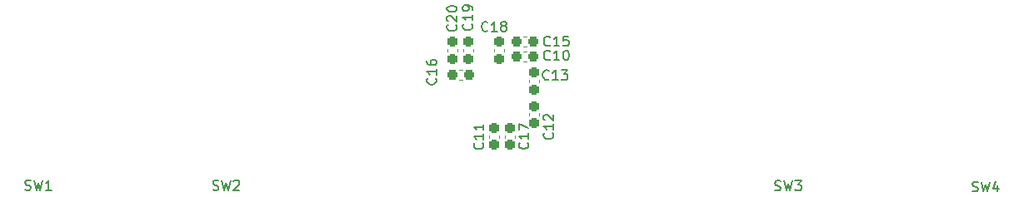
<source format=gto>
G04 #@! TF.GenerationSoftware,KiCad,Pcbnew,(6.0.0)*
G04 #@! TF.CreationDate,2023-06-02T21:25:34-07:00*
G04 #@! TF.ProjectId,stepad,73746570-6164-42e6-9b69-6361645f7063,rev?*
G04 #@! TF.SameCoordinates,Original*
G04 #@! TF.FileFunction,Legend,Top*
G04 #@! TF.FilePolarity,Positive*
%FSLAX46Y46*%
G04 Gerber Fmt 4.6, Leading zero omitted, Abs format (unit mm)*
G04 Created by KiCad (PCBNEW (6.0.0)) date 2023-06-02 21:25:34*
%MOMM*%
%LPD*%
G01*
G04 APERTURE LIST*
G04 Aperture macros list*
%AMRoundRect*
0 Rectangle with rounded corners*
0 $1 Rounding radius*
0 $2 $3 $4 $5 $6 $7 $8 $9 X,Y pos of 4 corners*
0 Add a 4 corners polygon primitive as box body*
4,1,4,$2,$3,$4,$5,$6,$7,$8,$9,$2,$3,0*
0 Add four circle primitives for the rounded corners*
1,1,$1+$1,$2,$3*
1,1,$1+$1,$4,$5*
1,1,$1+$1,$6,$7*
1,1,$1+$1,$8,$9*
0 Add four rect primitives between the rounded corners*
20,1,$1+$1,$2,$3,$4,$5,0*
20,1,$1+$1,$4,$5,$6,$7,0*
20,1,$1+$1,$6,$7,$8,$9,0*
20,1,$1+$1,$8,$9,$2,$3,0*%
G04 Aperture macros list end*
%ADD10C,0.150000*%
%ADD11C,0.120000*%
%ADD12RoundRect,0.237500X-0.237500X0.300000X-0.237500X-0.300000X0.237500X-0.300000X0.237500X0.300000X0*%
%ADD13C,1.750000*%
%ADD14RoundRect,0.237500X0.237500X-0.300000X0.237500X0.300000X-0.237500X0.300000X-0.237500X-0.300000X0*%
%ADD15C,1.701800*%
%ADD16C,3.000000*%
%ADD17C,3.987800*%
%ADD18RoundRect,0.237500X-0.300000X-0.237500X0.300000X-0.237500X0.300000X0.237500X-0.300000X0.237500X0*%
%ADD19C,0.650000*%
%ADD20O,1.000000X1.600000*%
%ADD21O,1.000000X2.100000*%
%ADD22R,1.700000X1.700000*%
%ADD23O,1.700000X1.700000*%
G04 APERTURE END LIST*
D10*
X195557142Y-74767857D02*
X195604761Y-74815476D01*
X195652380Y-74958333D01*
X195652380Y-75053571D01*
X195604761Y-75196428D01*
X195509523Y-75291666D01*
X195414285Y-75339285D01*
X195223809Y-75386904D01*
X195080952Y-75386904D01*
X194890476Y-75339285D01*
X194795238Y-75291666D01*
X194700000Y-75196428D01*
X194652380Y-75053571D01*
X194652380Y-74958333D01*
X194700000Y-74815476D01*
X194747619Y-74767857D01*
X195652380Y-73815476D02*
X195652380Y-74386904D01*
X195652380Y-74101190D02*
X194652380Y-74101190D01*
X194795238Y-74196428D01*
X194890476Y-74291666D01*
X194938095Y-74386904D01*
X195652380Y-72863095D02*
X195652380Y-73434523D01*
X195652380Y-73148809D02*
X194652380Y-73148809D01*
X194795238Y-73244047D01*
X194890476Y-73339285D01*
X194938095Y-73434523D01*
X168166666Y-79504761D02*
X168309523Y-79552380D01*
X168547619Y-79552380D01*
X168642857Y-79504761D01*
X168690476Y-79457142D01*
X168738095Y-79361904D01*
X168738095Y-79266666D01*
X168690476Y-79171428D01*
X168642857Y-79123809D01*
X168547619Y-79076190D01*
X168357142Y-79028571D01*
X168261904Y-78980952D01*
X168214285Y-78933333D01*
X168166666Y-78838095D01*
X168166666Y-78742857D01*
X168214285Y-78647619D01*
X168261904Y-78600000D01*
X168357142Y-78552380D01*
X168595238Y-78552380D01*
X168738095Y-78600000D01*
X169071428Y-78552380D02*
X169309523Y-79552380D01*
X169500000Y-78838095D01*
X169690476Y-79552380D01*
X169928571Y-78552380D01*
X170261904Y-78647619D02*
X170309523Y-78600000D01*
X170404761Y-78552380D01*
X170642857Y-78552380D01*
X170738095Y-78600000D01*
X170785714Y-78647619D01*
X170833333Y-78742857D01*
X170833333Y-78838095D01*
X170785714Y-78980952D01*
X170214285Y-79552380D01*
X170833333Y-79552380D01*
X202657142Y-73742857D02*
X202704761Y-73790476D01*
X202752380Y-73933333D01*
X202752380Y-74028571D01*
X202704761Y-74171428D01*
X202609523Y-74266666D01*
X202514285Y-74314285D01*
X202323809Y-74361904D01*
X202180952Y-74361904D01*
X201990476Y-74314285D01*
X201895238Y-74266666D01*
X201800000Y-74171428D01*
X201752380Y-74028571D01*
X201752380Y-73933333D01*
X201800000Y-73790476D01*
X201847619Y-73742857D01*
X202752380Y-72790476D02*
X202752380Y-73361904D01*
X202752380Y-73076190D02*
X201752380Y-73076190D01*
X201895238Y-73171428D01*
X201990476Y-73266666D01*
X202038095Y-73361904D01*
X201847619Y-72409523D02*
X201800000Y-72361904D01*
X201752380Y-72266666D01*
X201752380Y-72028571D01*
X201800000Y-71933333D01*
X201847619Y-71885714D01*
X201942857Y-71838095D01*
X202038095Y-71838095D01*
X202180952Y-71885714D01*
X202752380Y-72457142D01*
X202752380Y-71838095D01*
X245316666Y-79654761D02*
X245459523Y-79702380D01*
X245697619Y-79702380D01*
X245792857Y-79654761D01*
X245840476Y-79607142D01*
X245888095Y-79511904D01*
X245888095Y-79416666D01*
X245840476Y-79321428D01*
X245792857Y-79273809D01*
X245697619Y-79226190D01*
X245507142Y-79178571D01*
X245411904Y-79130952D01*
X245364285Y-79083333D01*
X245316666Y-78988095D01*
X245316666Y-78892857D01*
X245364285Y-78797619D01*
X245411904Y-78750000D01*
X245507142Y-78702380D01*
X245745238Y-78702380D01*
X245888095Y-78750000D01*
X246221428Y-78702380D02*
X246459523Y-79702380D01*
X246650000Y-78988095D01*
X246840476Y-79702380D01*
X247078571Y-78702380D01*
X247888095Y-79035714D02*
X247888095Y-79702380D01*
X247650000Y-78654761D02*
X247411904Y-79369047D01*
X248030952Y-79369047D01*
X200132142Y-74717857D02*
X200179761Y-74765476D01*
X200227380Y-74908333D01*
X200227380Y-75003571D01*
X200179761Y-75146428D01*
X200084523Y-75241666D01*
X199989285Y-75289285D01*
X199798809Y-75336904D01*
X199655952Y-75336904D01*
X199465476Y-75289285D01*
X199370238Y-75241666D01*
X199275000Y-75146428D01*
X199227380Y-75003571D01*
X199227380Y-74908333D01*
X199275000Y-74765476D01*
X199322619Y-74717857D01*
X200227380Y-73765476D02*
X200227380Y-74336904D01*
X200227380Y-74051190D02*
X199227380Y-74051190D01*
X199370238Y-74146428D01*
X199465476Y-74241666D01*
X199513095Y-74336904D01*
X199227380Y-73432142D02*
X199227380Y-72765476D01*
X200227380Y-73194047D01*
X194432142Y-62642857D02*
X194479761Y-62690476D01*
X194527380Y-62833333D01*
X194527380Y-62928571D01*
X194479761Y-63071428D01*
X194384523Y-63166666D01*
X194289285Y-63214285D01*
X194098809Y-63261904D01*
X193955952Y-63261904D01*
X193765476Y-63214285D01*
X193670238Y-63166666D01*
X193575000Y-63071428D01*
X193527380Y-62928571D01*
X193527380Y-62833333D01*
X193575000Y-62690476D01*
X193622619Y-62642857D01*
X194527380Y-61690476D02*
X194527380Y-62261904D01*
X194527380Y-61976190D02*
X193527380Y-61976190D01*
X193670238Y-62071428D01*
X193765476Y-62166666D01*
X193813095Y-62261904D01*
X194527380Y-61214285D02*
X194527380Y-61023809D01*
X194479761Y-60928571D01*
X194432142Y-60880952D01*
X194289285Y-60785714D01*
X194098809Y-60738095D01*
X193717857Y-60738095D01*
X193622619Y-60785714D01*
X193575000Y-60833333D01*
X193527380Y-60928571D01*
X193527380Y-61119047D01*
X193575000Y-61214285D01*
X193622619Y-61261904D01*
X193717857Y-61309523D01*
X193955952Y-61309523D01*
X194051190Y-61261904D01*
X194098809Y-61214285D01*
X194146428Y-61119047D01*
X194146428Y-60928571D01*
X194098809Y-60833333D01*
X194051190Y-60785714D01*
X193955952Y-60738095D01*
X202407142Y-66232142D02*
X202359523Y-66279761D01*
X202216666Y-66327380D01*
X202121428Y-66327380D01*
X201978571Y-66279761D01*
X201883333Y-66184523D01*
X201835714Y-66089285D01*
X201788095Y-65898809D01*
X201788095Y-65755952D01*
X201835714Y-65565476D01*
X201883333Y-65470238D01*
X201978571Y-65375000D01*
X202121428Y-65327380D01*
X202216666Y-65327380D01*
X202359523Y-65375000D01*
X202407142Y-65422619D01*
X203359523Y-66327380D02*
X202788095Y-66327380D01*
X203073809Y-66327380D02*
X203073809Y-65327380D01*
X202978571Y-65470238D01*
X202883333Y-65565476D01*
X202788095Y-65613095D01*
X203978571Y-65327380D02*
X204073809Y-65327380D01*
X204169047Y-65375000D01*
X204216666Y-65422619D01*
X204264285Y-65517857D01*
X204311904Y-65708333D01*
X204311904Y-65946428D01*
X204264285Y-66136904D01*
X204216666Y-66232142D01*
X204169047Y-66279761D01*
X204073809Y-66327380D01*
X203978571Y-66327380D01*
X203883333Y-66279761D01*
X203835714Y-66232142D01*
X203788095Y-66136904D01*
X203740476Y-65946428D01*
X203740476Y-65708333D01*
X203788095Y-65517857D01*
X203835714Y-65422619D01*
X203883333Y-65375000D01*
X203978571Y-65327380D01*
X202282142Y-68232142D02*
X202234523Y-68279761D01*
X202091666Y-68327380D01*
X201996428Y-68327380D01*
X201853571Y-68279761D01*
X201758333Y-68184523D01*
X201710714Y-68089285D01*
X201663095Y-67898809D01*
X201663095Y-67755952D01*
X201710714Y-67565476D01*
X201758333Y-67470238D01*
X201853571Y-67375000D01*
X201996428Y-67327380D01*
X202091666Y-67327380D01*
X202234523Y-67375000D01*
X202282142Y-67422619D01*
X203234523Y-68327380D02*
X202663095Y-68327380D01*
X202948809Y-68327380D02*
X202948809Y-67327380D01*
X202853571Y-67470238D01*
X202758333Y-67565476D01*
X202663095Y-67613095D01*
X203567857Y-67327380D02*
X204186904Y-67327380D01*
X203853571Y-67708333D01*
X203996428Y-67708333D01*
X204091666Y-67755952D01*
X204139285Y-67803571D01*
X204186904Y-67898809D01*
X204186904Y-68136904D01*
X204139285Y-68232142D01*
X204091666Y-68279761D01*
X203996428Y-68327380D01*
X203710714Y-68327380D01*
X203615476Y-68279761D01*
X203567857Y-68232142D01*
X149066666Y-79504761D02*
X149209523Y-79552380D01*
X149447619Y-79552380D01*
X149542857Y-79504761D01*
X149590476Y-79457142D01*
X149638095Y-79361904D01*
X149638095Y-79266666D01*
X149590476Y-79171428D01*
X149542857Y-79123809D01*
X149447619Y-79076190D01*
X149257142Y-79028571D01*
X149161904Y-78980952D01*
X149114285Y-78933333D01*
X149066666Y-78838095D01*
X149066666Y-78742857D01*
X149114285Y-78647619D01*
X149161904Y-78600000D01*
X149257142Y-78552380D01*
X149495238Y-78552380D01*
X149638095Y-78600000D01*
X149971428Y-78552380D02*
X150209523Y-79552380D01*
X150400000Y-78838095D01*
X150590476Y-79552380D01*
X150828571Y-78552380D01*
X151733333Y-79552380D02*
X151161904Y-79552380D01*
X151447619Y-79552380D02*
X151447619Y-78552380D01*
X151352380Y-78695238D01*
X151257142Y-78790476D01*
X151161904Y-78838095D01*
X192832142Y-62717857D02*
X192879761Y-62765476D01*
X192927380Y-62908333D01*
X192927380Y-63003571D01*
X192879761Y-63146428D01*
X192784523Y-63241666D01*
X192689285Y-63289285D01*
X192498809Y-63336904D01*
X192355952Y-63336904D01*
X192165476Y-63289285D01*
X192070238Y-63241666D01*
X191975000Y-63146428D01*
X191927380Y-63003571D01*
X191927380Y-62908333D01*
X191975000Y-62765476D01*
X192022619Y-62717857D01*
X192022619Y-62336904D02*
X191975000Y-62289285D01*
X191927380Y-62194047D01*
X191927380Y-61955952D01*
X191975000Y-61860714D01*
X192022619Y-61813095D01*
X192117857Y-61765476D01*
X192213095Y-61765476D01*
X192355952Y-61813095D01*
X192927380Y-62384523D01*
X192927380Y-61765476D01*
X191927380Y-61146428D02*
X191927380Y-61051190D01*
X191975000Y-60955952D01*
X192022619Y-60908333D01*
X192117857Y-60860714D01*
X192308333Y-60813095D01*
X192546428Y-60813095D01*
X192736904Y-60860714D01*
X192832142Y-60908333D01*
X192879761Y-60955952D01*
X192927380Y-61051190D01*
X192927380Y-61146428D01*
X192879761Y-61241666D01*
X192832142Y-61289285D01*
X192736904Y-61336904D01*
X192546428Y-61384523D01*
X192308333Y-61384523D01*
X192117857Y-61336904D01*
X192022619Y-61289285D01*
X191975000Y-61241666D01*
X191927380Y-61146428D01*
X196082142Y-63307142D02*
X196034523Y-63354761D01*
X195891666Y-63402380D01*
X195796428Y-63402380D01*
X195653571Y-63354761D01*
X195558333Y-63259523D01*
X195510714Y-63164285D01*
X195463095Y-62973809D01*
X195463095Y-62830952D01*
X195510714Y-62640476D01*
X195558333Y-62545238D01*
X195653571Y-62450000D01*
X195796428Y-62402380D01*
X195891666Y-62402380D01*
X196034523Y-62450000D01*
X196082142Y-62497619D01*
X197034523Y-63402380D02*
X196463095Y-63402380D01*
X196748809Y-63402380D02*
X196748809Y-62402380D01*
X196653571Y-62545238D01*
X196558333Y-62640476D01*
X196463095Y-62688095D01*
X197605952Y-62830952D02*
X197510714Y-62783333D01*
X197463095Y-62735714D01*
X197415476Y-62640476D01*
X197415476Y-62592857D01*
X197463095Y-62497619D01*
X197510714Y-62450000D01*
X197605952Y-62402380D01*
X197796428Y-62402380D01*
X197891666Y-62450000D01*
X197939285Y-62497619D01*
X197986904Y-62592857D01*
X197986904Y-62640476D01*
X197939285Y-62735714D01*
X197891666Y-62783333D01*
X197796428Y-62830952D01*
X197605952Y-62830952D01*
X197510714Y-62878571D01*
X197463095Y-62926190D01*
X197415476Y-63021428D01*
X197415476Y-63211904D01*
X197463095Y-63307142D01*
X197510714Y-63354761D01*
X197605952Y-63402380D01*
X197796428Y-63402380D01*
X197891666Y-63354761D01*
X197939285Y-63307142D01*
X197986904Y-63211904D01*
X197986904Y-63021428D01*
X197939285Y-62926190D01*
X197891666Y-62878571D01*
X197796428Y-62830952D01*
X202407142Y-64782142D02*
X202359523Y-64829761D01*
X202216666Y-64877380D01*
X202121428Y-64877380D01*
X201978571Y-64829761D01*
X201883333Y-64734523D01*
X201835714Y-64639285D01*
X201788095Y-64448809D01*
X201788095Y-64305952D01*
X201835714Y-64115476D01*
X201883333Y-64020238D01*
X201978571Y-63925000D01*
X202121428Y-63877380D01*
X202216666Y-63877380D01*
X202359523Y-63925000D01*
X202407142Y-63972619D01*
X203359523Y-64877380D02*
X202788095Y-64877380D01*
X203073809Y-64877380D02*
X203073809Y-63877380D01*
X202978571Y-64020238D01*
X202883333Y-64115476D01*
X202788095Y-64163095D01*
X204264285Y-63877380D02*
X203788095Y-63877380D01*
X203740476Y-64353571D01*
X203788095Y-64305952D01*
X203883333Y-64258333D01*
X204121428Y-64258333D01*
X204216666Y-64305952D01*
X204264285Y-64353571D01*
X204311904Y-64448809D01*
X204311904Y-64686904D01*
X204264285Y-64782142D01*
X204216666Y-64829761D01*
X204121428Y-64877380D01*
X203883333Y-64877380D01*
X203788095Y-64829761D01*
X203740476Y-64782142D01*
X225266666Y-79554761D02*
X225409523Y-79602380D01*
X225647619Y-79602380D01*
X225742857Y-79554761D01*
X225790476Y-79507142D01*
X225838095Y-79411904D01*
X225838095Y-79316666D01*
X225790476Y-79221428D01*
X225742857Y-79173809D01*
X225647619Y-79126190D01*
X225457142Y-79078571D01*
X225361904Y-79030952D01*
X225314285Y-78983333D01*
X225266666Y-78888095D01*
X225266666Y-78792857D01*
X225314285Y-78697619D01*
X225361904Y-78650000D01*
X225457142Y-78602380D01*
X225695238Y-78602380D01*
X225838095Y-78650000D01*
X226171428Y-78602380D02*
X226409523Y-79602380D01*
X226600000Y-78888095D01*
X226790476Y-79602380D01*
X227028571Y-78602380D01*
X227314285Y-78602380D02*
X227933333Y-78602380D01*
X227600000Y-78983333D01*
X227742857Y-78983333D01*
X227838095Y-79030952D01*
X227885714Y-79078571D01*
X227933333Y-79173809D01*
X227933333Y-79411904D01*
X227885714Y-79507142D01*
X227838095Y-79554761D01*
X227742857Y-79602380D01*
X227457142Y-79602380D01*
X227361904Y-79554761D01*
X227314285Y-79507142D01*
X190782142Y-68167857D02*
X190829761Y-68215476D01*
X190877380Y-68358333D01*
X190877380Y-68453571D01*
X190829761Y-68596428D01*
X190734523Y-68691666D01*
X190639285Y-68739285D01*
X190448809Y-68786904D01*
X190305952Y-68786904D01*
X190115476Y-68739285D01*
X190020238Y-68691666D01*
X189925000Y-68596428D01*
X189877380Y-68453571D01*
X189877380Y-68358333D01*
X189925000Y-68215476D01*
X189972619Y-68167857D01*
X190877380Y-67215476D02*
X190877380Y-67786904D01*
X190877380Y-67501190D02*
X189877380Y-67501190D01*
X190020238Y-67596428D01*
X190115476Y-67691666D01*
X190163095Y-67786904D01*
X189877380Y-66358333D02*
X189877380Y-66548809D01*
X189925000Y-66644047D01*
X189972619Y-66691666D01*
X190115476Y-66786904D01*
X190305952Y-66834523D01*
X190686904Y-66834523D01*
X190782142Y-66786904D01*
X190829761Y-66739285D01*
X190877380Y-66644047D01*
X190877380Y-66453571D01*
X190829761Y-66358333D01*
X190782142Y-66310714D01*
X190686904Y-66263095D01*
X190448809Y-66263095D01*
X190353571Y-66310714D01*
X190305952Y-66358333D01*
X190258333Y-66453571D01*
X190258333Y-66644047D01*
X190305952Y-66739285D01*
X190353571Y-66786904D01*
X190448809Y-66834523D01*
D11*
X196215000Y-73953733D02*
X196215000Y-74246267D01*
X197235000Y-73953733D02*
X197235000Y-74246267D01*
X200290000Y-71703733D02*
X200290000Y-71996267D01*
X201310000Y-71703733D02*
X201310000Y-71996267D01*
X197815000Y-73953733D02*
X197815000Y-74246267D01*
X198835000Y-73953733D02*
X198835000Y-74246267D01*
X193565000Y-65471267D02*
X193565000Y-65178733D01*
X194585000Y-65471267D02*
X194585000Y-65178733D01*
X199703733Y-66460000D02*
X199996267Y-66460000D01*
X199703733Y-65440000D02*
X199996267Y-65440000D01*
X200290000Y-68303733D02*
X200290000Y-68596267D01*
X201310000Y-68303733D02*
X201310000Y-68596267D01*
X191990000Y-65471267D02*
X191990000Y-65178733D01*
X193010000Y-65471267D02*
X193010000Y-65178733D01*
X196740000Y-65446267D02*
X196740000Y-65153733D01*
X197760000Y-65446267D02*
X197760000Y-65153733D01*
X199703733Y-63915000D02*
X199996267Y-63915000D01*
X199703733Y-64935000D02*
X199996267Y-64935000D01*
X193191233Y-68335000D02*
X193483767Y-68335000D01*
X193191233Y-67315000D02*
X193483767Y-67315000D01*
%LPC*%
D12*
X196725000Y-73237500D03*
X196725000Y-74962500D03*
D13*
X164370000Y-72000000D03*
X174530000Y-72000000D03*
D12*
X200800000Y-70987500D03*
X200800000Y-72712500D03*
D13*
X250730000Y-72000000D03*
X240570000Y-72000000D03*
D12*
X198325000Y-73237500D03*
X198325000Y-74962500D03*
D14*
X194075000Y-66187500D03*
X194075000Y-64462500D03*
D15*
X231680000Y-52950000D03*
D16*
X230410000Y-55490000D03*
X224060000Y-58030000D03*
D17*
X226600000Y-52950000D03*
D15*
X221520000Y-52950000D03*
D18*
X198987500Y-65950000D03*
X200712500Y-65950000D03*
D12*
X200800000Y-67587500D03*
X200800000Y-69312500D03*
D13*
X145320000Y-72000000D03*
X155480000Y-72000000D03*
D14*
X192500000Y-66187500D03*
X192500000Y-64462500D03*
X197250000Y-64437500D03*
X197250000Y-66162500D03*
D18*
X198987500Y-64425000D03*
X200712500Y-64425000D03*
D13*
X231680000Y-72000000D03*
X221520000Y-72000000D03*
D18*
X192475000Y-67825000D03*
X194200000Y-67825000D03*
D17*
X169450000Y-52950000D03*
D16*
X166910000Y-58030000D03*
D15*
X164370000Y-52950000D03*
D16*
X173260000Y-55490000D03*
D15*
X174530000Y-52950000D03*
D19*
X200865000Y-49715000D03*
X195085000Y-49715000D03*
D20*
X202295000Y-46065000D03*
D21*
X202295000Y-50245000D03*
D20*
X193655000Y-46065000D03*
D21*
X193655000Y-50245000D03*
D22*
X208375000Y-77350000D03*
D23*
X210915000Y-77350000D03*
X213455000Y-77350000D03*
M02*

</source>
